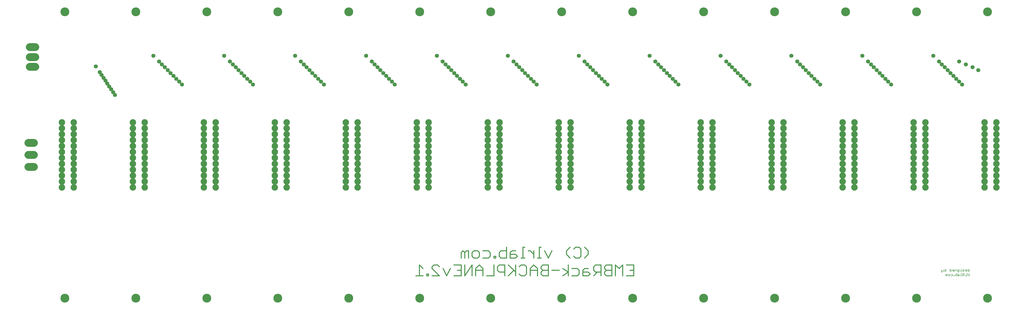
<source format=gbs>
G75*
%MOIN*%
%OFA0B0*%
%FSLAX25Y25*%
%IPPOS*%
%LPD*%
%AMOC8*
5,1,8,0,0,1.08239X$1,22.5*
%
%ADD10C,0.11000*%
%ADD11C,0.15024*%
%ADD12C,0.00800*%
%ADD13C,0.01600*%
%ADD14C,0.13449*%
%ADD15C,0.06900*%
D10*
X0167595Y0294193D03*
X0167595Y0304193D03*
X0187595Y0304193D03*
X0187595Y0294193D03*
X0187595Y0314193D03*
X0167595Y0314193D03*
X0167595Y0324193D03*
X0167595Y0334193D03*
X0187595Y0334193D03*
X0187595Y0324193D03*
X0187595Y0344193D03*
X0167595Y0344193D03*
X0167595Y0354193D03*
X0167595Y0364193D03*
X0187595Y0364193D03*
X0187595Y0354193D03*
X0187595Y0374193D03*
X0187595Y0384193D03*
X0167595Y0384193D03*
X0167595Y0374193D03*
X0167595Y0394193D03*
X0187595Y0394193D03*
X0187595Y0404193D03*
X0167595Y0404193D03*
X0287595Y0404193D03*
X0307595Y0404193D03*
X0307595Y0394193D03*
X0287595Y0394193D03*
X0287595Y0384193D03*
X0287595Y0374193D03*
X0307595Y0374193D03*
X0307595Y0384193D03*
X0307595Y0364193D03*
X0307595Y0354193D03*
X0287595Y0354193D03*
X0287595Y0364193D03*
X0287595Y0344193D03*
X0307595Y0344193D03*
X0307595Y0334193D03*
X0307595Y0324193D03*
X0287595Y0324193D03*
X0287595Y0334193D03*
X0287595Y0314193D03*
X0307595Y0314193D03*
X0307595Y0304193D03*
X0307595Y0294193D03*
X0287595Y0294193D03*
X0287595Y0304193D03*
X0407595Y0304193D03*
X0407595Y0294193D03*
X0427595Y0294193D03*
X0427595Y0304193D03*
X0427595Y0314193D03*
X0407595Y0314193D03*
X0407595Y0324193D03*
X0407595Y0334193D03*
X0427595Y0334193D03*
X0427595Y0324193D03*
X0427595Y0344193D03*
X0407595Y0344193D03*
X0407595Y0354193D03*
X0407595Y0364193D03*
X0427595Y0364193D03*
X0427595Y0354193D03*
X0427595Y0374193D03*
X0427595Y0384193D03*
X0407595Y0384193D03*
X0407595Y0374193D03*
X0407595Y0394193D03*
X0427595Y0394193D03*
X0427595Y0404193D03*
X0407595Y0404193D03*
X0527595Y0404193D03*
X0547595Y0404193D03*
X0547595Y0394193D03*
X0527595Y0394193D03*
X0527595Y0384193D03*
X0527595Y0374193D03*
X0547595Y0374193D03*
X0547595Y0384193D03*
X0547595Y0364193D03*
X0547595Y0354193D03*
X0527595Y0354193D03*
X0527595Y0364193D03*
X0527595Y0344193D03*
X0547595Y0344193D03*
X0547595Y0334193D03*
X0547595Y0324193D03*
X0527595Y0324193D03*
X0527595Y0334193D03*
X0527595Y0314193D03*
X0547595Y0314193D03*
X0547595Y0304193D03*
X0547595Y0294193D03*
X0527595Y0294193D03*
X0527595Y0304193D03*
X0647595Y0304193D03*
X0647595Y0294193D03*
X0667595Y0294193D03*
X0667595Y0304193D03*
X0667595Y0314193D03*
X0647595Y0314193D03*
X0647595Y0324193D03*
X0647595Y0334193D03*
X0667595Y0334193D03*
X0667595Y0324193D03*
X0667595Y0344193D03*
X0647595Y0344193D03*
X0647595Y0354193D03*
X0647595Y0364193D03*
X0667595Y0364193D03*
X0667595Y0354193D03*
X0667595Y0374193D03*
X0667595Y0384193D03*
X0647595Y0384193D03*
X0647595Y0374193D03*
X0647595Y0394193D03*
X0667595Y0394193D03*
X0667595Y0404193D03*
X0647595Y0404193D03*
X0767595Y0404193D03*
X0787595Y0404193D03*
X0787595Y0394193D03*
X0767595Y0394193D03*
X0767595Y0384193D03*
X0767595Y0374193D03*
X0787595Y0374193D03*
X0787595Y0384193D03*
X0787595Y0364193D03*
X0787595Y0354193D03*
X0767595Y0354193D03*
X0767595Y0364193D03*
X0767595Y0344193D03*
X0787595Y0344193D03*
X0787595Y0334193D03*
X0787595Y0324193D03*
X0767595Y0324193D03*
X0767595Y0334193D03*
X0767595Y0314193D03*
X0787595Y0314193D03*
X0787595Y0304193D03*
X0787595Y0294193D03*
X0767595Y0294193D03*
X0767595Y0304193D03*
X0887595Y0304193D03*
X0887595Y0294193D03*
X0907595Y0294193D03*
X0907595Y0304193D03*
X0907595Y0314193D03*
X0887595Y0314193D03*
X0887595Y0324193D03*
X0887595Y0334193D03*
X0907595Y0334193D03*
X0907595Y0324193D03*
X0907595Y0344193D03*
X0887595Y0344193D03*
X0887595Y0354193D03*
X0887595Y0364193D03*
X0907595Y0364193D03*
X0907595Y0354193D03*
X0907595Y0374193D03*
X0907595Y0384193D03*
X0887595Y0384193D03*
X0887595Y0374193D03*
X0887595Y0394193D03*
X0907595Y0394193D03*
X0907595Y0404193D03*
X0887595Y0404193D03*
X1007595Y0404193D03*
X1027595Y0404193D03*
X1027595Y0394193D03*
X1007595Y0394193D03*
X1007595Y0384193D03*
X1007595Y0374193D03*
X1027595Y0374193D03*
X1027595Y0384193D03*
X1027595Y0364193D03*
X1027595Y0354193D03*
X1007595Y0354193D03*
X1007595Y0364193D03*
X1007595Y0344193D03*
X1027595Y0344193D03*
X1027595Y0334193D03*
X1027595Y0324193D03*
X1007595Y0324193D03*
X1007595Y0334193D03*
X1007595Y0314193D03*
X1027595Y0314193D03*
X1027595Y0304193D03*
X1027595Y0294193D03*
X1007595Y0294193D03*
X1007595Y0304193D03*
X1127595Y0304193D03*
X1127595Y0294193D03*
X1147595Y0294193D03*
X1147595Y0304193D03*
X1147595Y0314193D03*
X1127595Y0314193D03*
X1127595Y0324193D03*
X1127595Y0334193D03*
X1147595Y0334193D03*
X1147595Y0324193D03*
X1147595Y0344193D03*
X1127595Y0344193D03*
X1127595Y0354193D03*
X1127595Y0364193D03*
X1147595Y0364193D03*
X1147595Y0354193D03*
X1147595Y0374193D03*
X1147595Y0384193D03*
X1127595Y0384193D03*
X1127595Y0374193D03*
X1127595Y0394193D03*
X1147595Y0394193D03*
X1147595Y0404193D03*
X1127595Y0404193D03*
X1247595Y0404193D03*
X1267595Y0404193D03*
X1267595Y0394193D03*
X1247595Y0394193D03*
X1247595Y0384193D03*
X1247595Y0374193D03*
X1267595Y0374193D03*
X1267595Y0384193D03*
X1267595Y0364193D03*
X1267595Y0354193D03*
X1247595Y0354193D03*
X1247595Y0364193D03*
X1247595Y0344193D03*
X1267595Y0344193D03*
X1267595Y0334193D03*
X1267595Y0324193D03*
X1247595Y0324193D03*
X1247595Y0334193D03*
X1247595Y0314193D03*
X1267595Y0314193D03*
X1267595Y0304193D03*
X1267595Y0294193D03*
X1247595Y0294193D03*
X1247595Y0304193D03*
X1367595Y0304193D03*
X1367595Y0294193D03*
X1387595Y0294193D03*
X1387595Y0304193D03*
X1387595Y0314193D03*
X1367595Y0314193D03*
X1367595Y0324193D03*
X1367595Y0334193D03*
X1387595Y0334193D03*
X1387595Y0324193D03*
X1387595Y0344193D03*
X1367595Y0344193D03*
X1367595Y0354193D03*
X1367595Y0364193D03*
X1387595Y0364193D03*
X1387595Y0354193D03*
X1387595Y0374193D03*
X1387595Y0384193D03*
X1367595Y0384193D03*
X1367595Y0374193D03*
X1367595Y0394193D03*
X1387595Y0394193D03*
X1387595Y0404193D03*
X1367595Y0404193D03*
X1487595Y0404193D03*
X1487595Y0394193D03*
X1487595Y0384193D03*
X1487595Y0374193D03*
X1487595Y0364193D03*
X1487595Y0354193D03*
X1487595Y0344193D03*
X1487595Y0334193D03*
X1487595Y0324193D03*
X1487595Y0314193D03*
X1487595Y0304193D03*
X1487595Y0294193D03*
X1507595Y0294193D03*
X1507595Y0304193D03*
X1507595Y0314193D03*
X1507595Y0324193D03*
X1507595Y0334193D03*
X1507595Y0344193D03*
X1507595Y0354193D03*
X1507595Y0364193D03*
X1507595Y0374193D03*
X1507595Y0384193D03*
X1507595Y0394193D03*
X1507595Y0404193D03*
X1607595Y0404193D03*
X1627595Y0404193D03*
X1627595Y0394193D03*
X1607595Y0394193D03*
X1607595Y0384193D03*
X1607595Y0374193D03*
X1627595Y0374193D03*
X1627595Y0384193D03*
X1627595Y0364193D03*
X1627595Y0354193D03*
X1607595Y0354193D03*
X1607595Y0364193D03*
X1607595Y0344193D03*
X1627595Y0344193D03*
X1627595Y0334193D03*
X1627595Y0324193D03*
X1607595Y0324193D03*
X1607595Y0334193D03*
X1607595Y0314193D03*
X1627595Y0314193D03*
X1627595Y0304193D03*
X1627595Y0294193D03*
X1607595Y0294193D03*
X1607595Y0304193D03*
X1727595Y0304193D03*
X1727595Y0294193D03*
X1747595Y0294193D03*
X1747595Y0304193D03*
X1747595Y0314193D03*
X1727595Y0314193D03*
X1727595Y0324193D03*
X1727595Y0334193D03*
X1747595Y0334193D03*
X1747595Y0324193D03*
X1747595Y0344193D03*
X1727595Y0344193D03*
X1727595Y0354193D03*
X1727595Y0364193D03*
X1747595Y0364193D03*
X1747595Y0354193D03*
X1747595Y0374193D03*
X1747595Y0384193D03*
X1727595Y0384193D03*
X1727595Y0374193D03*
X1727595Y0394193D03*
X1747595Y0394193D03*
X1747595Y0404193D03*
X1727595Y0404193D03*
D11*
X0172595Y0106910D03*
X0292595Y0106910D03*
X0412595Y0106910D03*
X0532595Y0106910D03*
X0652595Y0106910D03*
X0772595Y0106910D03*
X0892595Y0106910D03*
X1012595Y0106910D03*
X1132595Y0106910D03*
X1252595Y0106910D03*
X1372595Y0106910D03*
X1492595Y0106910D03*
X1612595Y0106910D03*
X1732595Y0106910D03*
X1732595Y0591162D03*
X1612595Y0591162D03*
X1492595Y0591162D03*
X1372595Y0591162D03*
X1252595Y0591162D03*
X1132595Y0591162D03*
X1012595Y0591162D03*
X0892595Y0591162D03*
X0772595Y0591162D03*
X0652595Y0591162D03*
X0532595Y0591162D03*
X0412595Y0591162D03*
X0292595Y0591162D03*
X0172595Y0591162D03*
D12*
X1654888Y0154896D02*
X1654888Y0151393D01*
X1655589Y0150692D01*
X1656289Y0150692D01*
X1656990Y0152093D02*
X1654888Y0152093D01*
X1656990Y0152093D02*
X1657691Y0152794D01*
X1657691Y0154896D01*
X1659492Y0154195D02*
X1660193Y0154896D01*
X1662294Y0154896D01*
X1662294Y0156297D02*
X1662294Y0152093D01*
X1660193Y0152093D01*
X1659492Y0152794D01*
X1659492Y0154195D01*
X1662495Y0147396D02*
X1661794Y0146695D01*
X1661794Y0144593D01*
X1663195Y0144593D02*
X1663195Y0146695D01*
X1662495Y0147396D01*
X1663195Y0146695D02*
X1663896Y0147396D01*
X1664596Y0147396D01*
X1664596Y0144593D01*
X1666398Y0145294D02*
X1666398Y0146695D01*
X1667099Y0147396D01*
X1668500Y0147396D01*
X1669200Y0146695D01*
X1669200Y0145294D01*
X1668500Y0144593D01*
X1667099Y0144593D01*
X1666398Y0145294D01*
X1671002Y0144593D02*
X1673104Y0144593D01*
X1673804Y0145294D01*
X1673804Y0146695D01*
X1673104Y0147396D01*
X1671002Y0147396D01*
X1670802Y0152093D02*
X1671502Y0152794D01*
X1671502Y0154195D01*
X1670802Y0154896D01*
X1668700Y0154896D01*
X1668700Y0156297D02*
X1668700Y0152093D01*
X1670802Y0152093D01*
X1673304Y0153495D02*
X1676106Y0153495D01*
X1676106Y0154195D02*
X1675406Y0154896D01*
X1674004Y0154896D01*
X1673304Y0154195D01*
X1673304Y0153495D01*
X1674004Y0152093D02*
X1675406Y0152093D01*
X1676106Y0152794D01*
X1676106Y0154195D01*
X1677908Y0154195D02*
X1677908Y0152093D01*
X1677908Y0154195D02*
X1678608Y0154896D01*
X1680710Y0154896D01*
X1680710Y0152093D01*
X1682512Y0152093D02*
X1684613Y0152093D01*
X1685314Y0152794D01*
X1685314Y0154195D01*
X1684613Y0154896D01*
X1682512Y0154896D01*
X1682512Y0151393D01*
X1683212Y0150692D01*
X1683913Y0150692D01*
X1684613Y0147396D02*
X1683212Y0147396D01*
X1682512Y0146695D01*
X1682512Y0144593D01*
X1684613Y0144593D01*
X1685314Y0145294D01*
X1684613Y0145995D01*
X1682512Y0145995D01*
X1680710Y0147396D02*
X1678608Y0147396D01*
X1677908Y0146695D01*
X1677908Y0145294D01*
X1678608Y0144593D01*
X1680710Y0144593D01*
X1680710Y0148797D01*
X1676106Y0145294D02*
X1675406Y0145294D01*
X1675406Y0144593D01*
X1676106Y0144593D01*
X1676106Y0145294D01*
X1686982Y0144593D02*
X1688383Y0144593D01*
X1687683Y0144593D02*
X1687683Y0148797D01*
X1688383Y0148797D01*
X1690185Y0148096D02*
X1690185Y0146695D01*
X1690885Y0145995D01*
X1692987Y0145995D01*
X1691586Y0145995D02*
X1690185Y0144593D01*
X1692987Y0144593D02*
X1692987Y0148797D01*
X1690885Y0148797D01*
X1690185Y0148096D01*
X1690885Y0152093D02*
X1690185Y0152794D01*
X1690885Y0153495D01*
X1692287Y0153495D01*
X1692987Y0154195D01*
X1692287Y0154896D01*
X1690185Y0154896D01*
X1688383Y0154896D02*
X1687683Y0154896D01*
X1687683Y0152093D01*
X1688383Y0152093D02*
X1686982Y0152093D01*
X1690885Y0152093D02*
X1692987Y0152093D01*
X1694789Y0153495D02*
X1697591Y0153495D01*
X1697591Y0154195D02*
X1696891Y0154896D01*
X1695489Y0154896D01*
X1694789Y0154195D01*
X1694789Y0153495D01*
X1695489Y0152093D02*
X1696891Y0152093D01*
X1697591Y0152794D01*
X1697591Y0154195D01*
X1699393Y0154896D02*
X1701495Y0154896D01*
X1702195Y0154195D01*
X1702195Y0152794D01*
X1701495Y0152093D01*
X1699393Y0152093D01*
X1699393Y0156297D01*
X1699393Y0148797D02*
X1699393Y0145995D01*
X1700794Y0144593D01*
X1702195Y0145995D01*
X1702195Y0148797D01*
X1697591Y0148797D02*
X1697591Y0144593D01*
X1694789Y0144593D01*
X1687683Y0156297D02*
X1687683Y0156998D01*
D13*
X1134022Y0154201D02*
X1127883Y0154201D01*
X1134022Y0163409D02*
X1134022Y0144993D01*
X1121745Y0144993D01*
X1115606Y0144993D02*
X1115606Y0163409D01*
X1109468Y0157270D01*
X1103329Y0163409D01*
X1103329Y0144993D01*
X1097190Y0144993D02*
X1087982Y0144993D01*
X1084913Y0148063D01*
X1084913Y0151132D01*
X1087982Y0154201D01*
X1097190Y0154201D01*
X1087982Y0154201D02*
X1084913Y0157270D01*
X1084913Y0160340D01*
X1087982Y0163409D01*
X1097190Y0163409D01*
X1097190Y0144993D01*
X1078775Y0144993D02*
X1078775Y0163409D01*
X1069567Y0163409D01*
X1066497Y0160340D01*
X1066497Y0154201D01*
X1069567Y0151132D01*
X1078775Y0151132D01*
X1072636Y0151132D02*
X1066497Y0144993D01*
X1060359Y0148063D02*
X1057290Y0151132D01*
X1048082Y0151132D01*
X1048082Y0154201D02*
X1048082Y0144993D01*
X1057290Y0144993D01*
X1060359Y0148063D01*
X1057290Y0157270D02*
X1051151Y0157270D01*
X1048082Y0154201D01*
X1041943Y0154201D02*
X1041943Y0148063D01*
X1038874Y0144993D01*
X1029666Y0144993D01*
X1023527Y0144993D02*
X1023527Y0163409D01*
X1029666Y0157270D02*
X1038874Y0157270D01*
X1041943Y0154201D01*
X1023527Y0151132D02*
X1014320Y0157270D01*
X1008181Y0154201D02*
X0995904Y0154201D01*
X0989765Y0154201D02*
X0980557Y0154201D01*
X0977488Y0151132D01*
X0977488Y0148063D01*
X0980557Y0144993D01*
X0989765Y0144993D01*
X0989765Y0163409D01*
X0980557Y0163409D01*
X0977488Y0160340D01*
X0977488Y0157270D01*
X0980557Y0154201D01*
X0971349Y0154201D02*
X0959072Y0154201D01*
X0959072Y0157270D02*
X0959072Y0144993D01*
X0952934Y0148063D02*
X0949864Y0144993D01*
X0943726Y0144993D01*
X0940657Y0148063D01*
X0934518Y0151132D02*
X0922241Y0163409D01*
X0916102Y0163409D02*
X0906894Y0163409D01*
X0903825Y0160340D01*
X0903825Y0154201D01*
X0906894Y0151132D01*
X0916102Y0151132D01*
X0916102Y0144993D02*
X0916102Y0163409D01*
X0931449Y0154201D02*
X0922241Y0144993D01*
X0934518Y0144993D02*
X0934518Y0163409D01*
X0940657Y0160340D02*
X0943726Y0163409D01*
X0949864Y0163409D01*
X0952934Y0160340D01*
X0952934Y0148063D01*
X0959072Y0157270D02*
X0965211Y0163409D01*
X0971349Y0157270D01*
X0971349Y0144993D01*
X1014320Y0144993D02*
X1023527Y0151132D01*
X1026597Y0174993D02*
X1020458Y0181132D01*
X1020458Y0187270D01*
X1026597Y0193409D01*
X1032735Y0190340D02*
X1035805Y0193409D01*
X1041943Y0193409D01*
X1045012Y0190340D01*
X1045012Y0178063D01*
X1041943Y0174993D01*
X1035805Y0174993D01*
X1032735Y0178063D01*
X1051151Y0174993D02*
X1057290Y0181132D01*
X1057290Y0187270D01*
X1051151Y0193409D01*
X0995904Y0187270D02*
X0989765Y0174993D01*
X0983627Y0187270D01*
X0977488Y0193409D02*
X0974419Y0193409D01*
X0974419Y0174993D01*
X0977488Y0174993D02*
X0971349Y0174993D01*
X0965211Y0174993D02*
X0965211Y0187270D01*
X0965211Y0181132D02*
X0959072Y0187270D01*
X0956003Y0187270D01*
X0949864Y0193409D02*
X0946795Y0193409D01*
X0946795Y0174993D01*
X0949864Y0174993D02*
X0943726Y0174993D01*
X0937587Y0178063D02*
X0934518Y0174993D01*
X0925310Y0174993D01*
X0925310Y0184201D01*
X0928379Y0187270D01*
X0934518Y0187270D01*
X0934518Y0181132D02*
X0925310Y0181132D01*
X0919172Y0187270D02*
X0909964Y0187270D01*
X0906894Y0184201D01*
X0906894Y0178063D01*
X0909964Y0174993D01*
X0919172Y0174993D01*
X0919172Y0193409D01*
X0934518Y0181132D02*
X0937587Y0178063D01*
X0900756Y0178063D02*
X0900756Y0174993D01*
X0897687Y0174993D01*
X0897687Y0178063D01*
X0900756Y0178063D01*
X0891548Y0178063D02*
X0888479Y0174993D01*
X0879271Y0174993D01*
X0873132Y0178063D02*
X0870063Y0174993D01*
X0863924Y0174993D01*
X0860855Y0178063D01*
X0860855Y0184201D01*
X0863924Y0187270D01*
X0870063Y0187270D01*
X0873132Y0184201D01*
X0873132Y0178063D01*
X0879271Y0187270D02*
X0888479Y0187270D01*
X0891548Y0184201D01*
X0891548Y0178063D01*
X0854717Y0174993D02*
X0854717Y0187270D01*
X0851647Y0187270D01*
X0848578Y0184201D01*
X0845509Y0187270D01*
X0842439Y0184201D01*
X0842439Y0174993D01*
X0848578Y0174993D02*
X0848578Y0184201D01*
X0848578Y0163409D02*
X0848578Y0144993D01*
X0860855Y0163409D01*
X0860855Y0144993D01*
X0866994Y0144993D02*
X0866994Y0157270D01*
X0873132Y0163409D01*
X0879271Y0157270D01*
X0879271Y0144993D01*
X0885409Y0144993D02*
X0897687Y0144993D01*
X0897687Y0163409D01*
X0879271Y0154201D02*
X0866994Y0154201D01*
X0842439Y0154201D02*
X0836301Y0154201D01*
X0842439Y0163409D02*
X0842439Y0144993D01*
X0830162Y0144993D01*
X0817885Y0144993D02*
X0811746Y0157270D01*
X0805608Y0160340D02*
X0802539Y0163409D01*
X0796400Y0163409D01*
X0793331Y0160340D01*
X0793331Y0157270D01*
X0805608Y0144993D01*
X0793331Y0144993D01*
X0787192Y0144993D02*
X0787192Y0148063D01*
X0784123Y0148063D01*
X0784123Y0144993D01*
X0787192Y0144993D01*
X0777984Y0144993D02*
X0765707Y0144993D01*
X0771846Y0144993D02*
X0771846Y0163409D01*
X0777984Y0157270D01*
X0817885Y0144993D02*
X0824024Y0157270D01*
X0830162Y0163409D02*
X0842439Y0163409D01*
X1121745Y0163409D02*
X1134022Y0163409D01*
D14*
X0120250Y0328953D02*
X0110801Y0328953D01*
X0110801Y0349203D02*
X0120250Y0349203D01*
X0120250Y0369453D02*
X0110801Y0369453D01*
X0113231Y0498243D02*
X0122680Y0498243D01*
X0122680Y0514443D02*
X0113231Y0514443D01*
X0113231Y0531453D02*
X0122680Y0531453D01*
D15*
X0224875Y0499053D03*
X0231355Y0489333D03*
X0234595Y0484473D03*
X0237835Y0479613D03*
X0241075Y0474753D03*
X0244315Y0469893D03*
X0247555Y0465033D03*
X0250795Y0460173D03*
X0254035Y0455313D03*
X0257275Y0450453D03*
X0351235Y0487713D03*
X0356095Y0482853D03*
X0360955Y0477993D03*
X0365815Y0473133D03*
X0370675Y0468273D03*
X0346375Y0492573D03*
X0341515Y0497433D03*
X0336655Y0502293D03*
X0331795Y0507153D03*
X0322075Y0516873D03*
X0441955Y0516873D03*
X0451675Y0507153D03*
X0456535Y0502293D03*
X0461395Y0497433D03*
X0466255Y0492573D03*
X0471115Y0487713D03*
X0475975Y0482853D03*
X0480835Y0477993D03*
X0485695Y0473133D03*
X0490555Y0468273D03*
X0581275Y0497433D03*
X0586135Y0492573D03*
X0590995Y0487713D03*
X0595855Y0482853D03*
X0600715Y0477993D03*
X0605575Y0473133D03*
X0610435Y0468273D03*
X0701155Y0497433D03*
X0706015Y0492573D03*
X0710875Y0487713D03*
X0715735Y0482853D03*
X0720595Y0477993D03*
X0725455Y0473133D03*
X0730315Y0468273D03*
X0821035Y0497433D03*
X0825895Y0492573D03*
X0830755Y0487713D03*
X0835615Y0482853D03*
X0840475Y0477993D03*
X0845335Y0473133D03*
X0850195Y0468273D03*
X0940915Y0497433D03*
X0945775Y0492573D03*
X0950635Y0487713D03*
X0955495Y0482853D03*
X0960355Y0477993D03*
X0965215Y0473133D03*
X0970075Y0468273D03*
X1060795Y0497433D03*
X1065655Y0492573D03*
X1070515Y0487713D03*
X1075375Y0482853D03*
X1080235Y0477993D03*
X1085095Y0473133D03*
X1089955Y0468273D03*
X1180675Y0497433D03*
X1185535Y0492573D03*
X1190395Y0487713D03*
X1195255Y0482853D03*
X1200115Y0477993D03*
X1204975Y0473133D03*
X1209835Y0468273D03*
X1300555Y0497433D03*
X1305415Y0492573D03*
X1310275Y0487713D03*
X1315135Y0482853D03*
X1319995Y0477993D03*
X1324855Y0473133D03*
X1329715Y0468273D03*
X1420435Y0497433D03*
X1425295Y0492573D03*
X1430155Y0487713D03*
X1435015Y0482853D03*
X1439875Y0477993D03*
X1444735Y0473133D03*
X1449595Y0468273D03*
X1540315Y0497433D03*
X1545175Y0492573D03*
X1550035Y0487713D03*
X1554895Y0482853D03*
X1559755Y0477993D03*
X1564615Y0473133D03*
X1569475Y0468273D03*
X1660195Y0497433D03*
X1665055Y0492573D03*
X1669915Y0487713D03*
X1674775Y0482853D03*
X1679635Y0477993D03*
X1684495Y0473133D03*
X1689355Y0468273D03*
X1716895Y0492573D03*
X1707175Y0497433D03*
X1695835Y0502293D03*
X1684495Y0507153D03*
X1655335Y0502293D03*
X1650475Y0507153D03*
X1640755Y0516873D03*
X1535455Y0502293D03*
X1530595Y0507153D03*
X1520875Y0516873D03*
X1415575Y0502293D03*
X1410715Y0507153D03*
X1400995Y0516873D03*
X1295695Y0502293D03*
X1290835Y0507153D03*
X1281115Y0516873D03*
X1175815Y0502293D03*
X1170955Y0507153D03*
X1161235Y0516873D03*
X1055935Y0502293D03*
X1051075Y0507153D03*
X1041355Y0516873D03*
X0936055Y0502293D03*
X0931195Y0507153D03*
X0921475Y0516873D03*
X0816175Y0502293D03*
X0811315Y0507153D03*
X0801595Y0516873D03*
X0696295Y0502293D03*
X0691435Y0507153D03*
X0681715Y0516873D03*
X0576415Y0502293D03*
X0571555Y0507153D03*
X0561835Y0516873D03*
M02*

</source>
